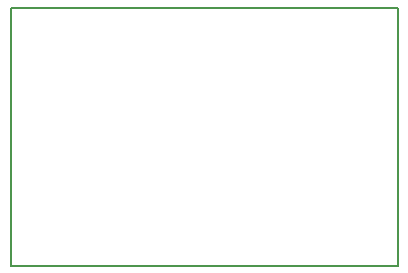
<source format=gm1>
%TF.GenerationSoftware,KiCad,Pcbnew,6.0.11-2627ca5db0~126~ubuntu22.04.1*%
%TF.CreationDate,2023-02-25T21:45:27+01:00*%
%TF.ProjectId,pmod,706d6f64-2e6b-4696-9361-645f70636258,0.7*%
%TF.SameCoordinates,Original*%
%TF.FileFunction,Profile,NP*%
%FSLAX46Y46*%
G04 Gerber Fmt 4.6, Leading zero omitted, Abs format (unit mm)*
G04 Created by KiCad (PCBNEW 6.0.11-2627ca5db0~126~ubuntu22.04.1) date 2023-02-25 21:45:27*
%MOMM*%
%LPD*%
G01*
G04 APERTURE LIST*
%TA.AperFunction,Profile*%
%ADD10C,0.150000*%
%TD*%
G04 APERTURE END LIST*
D10*
X136456000Y-64193000D02*
X169222000Y-64193000D01*
X169222000Y-64193000D02*
X169222000Y-86037000D01*
X169222000Y-86037000D02*
X136456000Y-86037000D01*
X136456000Y-86037000D02*
X136456000Y-64193000D01*
M02*

</source>
